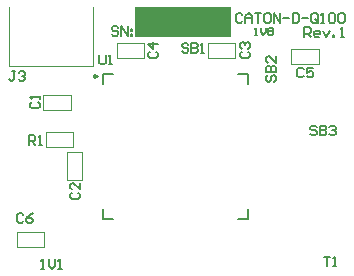
<source format=gto>
G04*
G04 #@! TF.GenerationSoftware,Altium Limited,Altium Designer,24.6.1 (21)*
G04*
G04 Layer_Color=65535*
%FSLAX25Y25*%
%MOIN*%
G70*
G04*
G04 #@! TF.SameCoordinates,B612BC47-A3F5-4497-89C3-408F828805D4*
G04*
G04*
G04 #@! TF.FilePolarity,Positive*
G04*
G01*
G75*
%ADD10C,0.00984*%
%ADD11C,0.00400*%
%ADD12C,0.00300*%
%ADD13C,0.00787*%
%ADD14C,0.00512*%
%ADD15R,0.31890X0.09843*%
D10*
X36713Y71358D02*
X35974Y71785D01*
Y70932D01*
X36713Y71358D01*
D11*
X43431Y77421D02*
Y82421D01*
X52631D01*
Y77421D02*
Y82421D01*
X43431Y77421D02*
X52631D01*
X73747Y82421D02*
X82946D01*
X110899Y75453D02*
Y80453D01*
X101699Y75453D02*
X110899D01*
X101699D02*
Y80453D01*
X110899D01*
X82946Y77421D02*
Y82421D01*
X73747Y77421D02*
X82946D01*
X73747D02*
Y82421D01*
X10085Y19429D02*
X19285D01*
X19809Y52500D02*
X29009D01*
Y47500D02*
Y52500D01*
X19809Y47500D02*
X29009D01*
X28222Y60098D02*
Y65098D01*
X19022Y60098D02*
X28222D01*
X19022D02*
Y65098D01*
X28222D01*
X19809Y47500D02*
Y52500D01*
X10085Y14429D02*
Y19429D01*
Y14429D02*
X19285D01*
Y19429D01*
X27028Y36739D02*
X32028D01*
X27028D02*
Y45939D01*
X32028D01*
Y36739D02*
Y45939D01*
D12*
X7654Y74776D02*
X35653D01*
X7654D02*
Y94276D01*
X35653Y74776D02*
Y94276D01*
D13*
X38780Y23524D02*
X42126D01*
X38780D02*
Y26870D01*
X83858Y23524D02*
X87205D01*
Y26870D01*
Y68602D02*
Y71949D01*
X83858D02*
X87205D01*
X38780D02*
X42126D01*
X38780Y68602D02*
Y71949D01*
D14*
X43949Y87388D02*
X43425Y87912D01*
X42375D01*
X41850Y87388D01*
Y86863D01*
X42375Y86338D01*
X43425D01*
X43949Y85813D01*
Y85289D01*
X43425Y84764D01*
X42375D01*
X41850Y85289D01*
X44999Y84764D02*
Y87912D01*
X47098Y84764D01*
Y87912D01*
X48148Y86863D02*
X48672D01*
Y86338D01*
X48148D01*
Y86863D01*
Y85289D02*
X48672D01*
Y84764D01*
X48148D01*
Y85289D01*
X106024Y84370D02*
Y87519D01*
X107598D01*
X108123Y86994D01*
Y85944D01*
X107598Y85420D01*
X106024D01*
X107073D02*
X108123Y84370D01*
X110747D02*
X109697D01*
X109172Y84895D01*
Y85944D01*
X109697Y86469D01*
X110747D01*
X111271Y85944D01*
Y85420D01*
X109172D01*
X112321Y86469D02*
X113370Y84370D01*
X114420Y86469D01*
X115469Y84370D02*
Y84895D01*
X115994D01*
Y84370D01*
X115469D01*
X118093D02*
X119143D01*
X118618D01*
Y87519D01*
X118093Y86994D01*
X85288Y91718D02*
X84763Y92243D01*
X83714D01*
X83189Y91718D01*
Y89619D01*
X83714Y89095D01*
X84763D01*
X85288Y89619D01*
X86338Y89095D02*
Y91193D01*
X87387Y92243D01*
X88437Y91193D01*
Y89095D01*
Y90669D01*
X86338D01*
X89486Y92243D02*
X91585D01*
X90536D01*
Y89095D01*
X94209Y92243D02*
X93160D01*
X92635Y91718D01*
Y89619D01*
X93160Y89095D01*
X94209D01*
X94734Y89619D01*
Y91718D01*
X94209Y92243D01*
X95783Y89095D02*
Y92243D01*
X97882Y89095D01*
Y92243D01*
X98932Y90669D02*
X101031D01*
X102081Y92243D02*
Y89095D01*
X103655D01*
X104180Y89619D01*
Y91718D01*
X103655Y92243D01*
X102081D01*
X105229Y90669D02*
X107328D01*
X110477Y89619D02*
Y91718D01*
X109952Y92243D01*
X108903D01*
X108378Y91718D01*
Y89619D01*
X108903Y89095D01*
X109952D01*
X109427Y90144D02*
X110477Y89095D01*
X109952D02*
X110477Y89619D01*
X111526Y89095D02*
X112576D01*
X112051D01*
Y92243D01*
X111526Y91718D01*
X114150D02*
X114675Y92243D01*
X115724D01*
X116249Y91718D01*
Y89619D01*
X115724Y89095D01*
X114675D01*
X114150Y89619D01*
Y91718D01*
X117299D02*
X117824Y92243D01*
X118873D01*
X119398Y91718D01*
Y89619D01*
X118873Y89095D01*
X117824D01*
X117299Y89619D01*
Y91718D01*
X89568Y85040D02*
X90355D01*
X89961D01*
Y87401D01*
X89568Y87008D01*
X91536Y87401D02*
Y85827D01*
X92323Y85040D01*
X93110Y85827D01*
Y87401D01*
X93897Y87008D02*
X94291Y87401D01*
X95078D01*
X95472Y87008D01*
Y86614D01*
X95078Y86221D01*
X95472Y85827D01*
Y85433D01*
X95078Y85040D01*
X94291D01*
X93897Y85433D01*
Y85827D01*
X94291Y86221D01*
X93897Y86614D01*
Y87008D01*
X94291Y86221D02*
X95078D01*
X18243Y7087D02*
X19292D01*
X18767D01*
Y10236D01*
X18243Y9711D01*
X20866Y10236D02*
Y8137D01*
X21916Y7087D01*
X22965Y8137D01*
Y10236D01*
X24015Y7087D02*
X25065D01*
X24540D01*
Y10236D01*
X24015Y9711D01*
X112468Y11023D02*
X114567D01*
X113517D01*
Y7875D01*
X115617D02*
X116666D01*
X116141D01*
Y11023D01*
X115617Y10498D01*
X9712Y72834D02*
X8662D01*
X9187D01*
Y70210D01*
X8662Y69686D01*
X8137D01*
X7612Y70210D01*
X10761Y72309D02*
X11286Y72834D01*
X12335D01*
X12860Y72309D01*
Y71785D01*
X12335Y71260D01*
X11811D01*
X12335D01*
X12860Y70735D01*
Y70210D01*
X12335Y69686D01*
X11286D01*
X10761Y70210D01*
X12299Y25024D02*
X11774Y25549D01*
X10725D01*
X10200Y25024D01*
Y22925D01*
X10725Y22400D01*
X11774D01*
X12299Y22925D01*
X15448Y25549D02*
X14398Y25024D01*
X13349Y23974D01*
Y22925D01*
X13873Y22400D01*
X14923D01*
X15448Y22925D01*
Y23449D01*
X14923Y23974D01*
X13349D01*
X105774Y73491D02*
X105250Y74015D01*
X104200D01*
X103675Y73491D01*
Y71391D01*
X104200Y70867D01*
X105250D01*
X105774Y71391D01*
X108923Y74015D02*
X106824D01*
Y72441D01*
X107873Y72966D01*
X108398D01*
X108923Y72441D01*
Y71391D01*
X108398Y70867D01*
X107349D01*
X106824Y71391D01*
X54462Y79396D02*
X53938Y78872D01*
Y77822D01*
X54462Y77297D01*
X56561D01*
X57086Y77822D01*
Y78872D01*
X56561Y79396D01*
X57086Y82020D02*
X53938D01*
X55512Y80446D01*
Y82545D01*
X85171Y79396D02*
X84646Y78872D01*
Y77822D01*
X85171Y77297D01*
X87270D01*
X87795Y77822D01*
Y78872D01*
X87270Y79396D01*
X85171Y80446D02*
X84646Y80971D01*
Y82020D01*
X85171Y82545D01*
X85696D01*
X86221Y82020D01*
Y81496D01*
Y82020D01*
X86745Y82545D01*
X87270D01*
X87795Y82020D01*
Y80971D01*
X87270Y80446D01*
X14240Y48426D02*
Y51574D01*
X15814D01*
X16339Y51050D01*
Y50000D01*
X15814Y49475D01*
X14240D01*
X15289D02*
X16339Y48426D01*
X17388D02*
X18438D01*
X17913D01*
Y51574D01*
X17388Y51050D01*
X110106Y54199D02*
X109581Y54724D01*
X108531D01*
X108007Y54199D01*
Y53674D01*
X108531Y53150D01*
X109581D01*
X110106Y52625D01*
Y52100D01*
X109581Y51575D01*
X108531D01*
X108007Y52100D01*
X111155Y54724D02*
Y51575D01*
X112730D01*
X113254Y52100D01*
Y52625D01*
X112730Y53150D01*
X111155D01*
X112730D01*
X113254Y53674D01*
Y54199D01*
X112730Y54724D01*
X111155D01*
X114304Y54199D02*
X114829Y54724D01*
X115878D01*
X116403Y54199D01*
Y53674D01*
X115878Y53150D01*
X115353D01*
X115878D01*
X116403Y52625D01*
Y52100D01*
X115878Y51575D01*
X114829D01*
X114304Y52100D01*
X67323Y81758D02*
X66799Y82283D01*
X65749D01*
X65224Y81758D01*
Y81233D01*
X65749Y80709D01*
X66799D01*
X67323Y80184D01*
Y79659D01*
X66799Y79134D01*
X65749D01*
X65224Y79659D01*
X68373Y82283D02*
Y79134D01*
X69947D01*
X70472Y79659D01*
Y80184D01*
X69947Y80709D01*
X68373D01*
X69947D01*
X70472Y81233D01*
Y81758D01*
X69947Y82283D01*
X68373D01*
X71522Y79134D02*
X72571D01*
X72046D01*
Y82283D01*
X71522Y81758D01*
X28478Y32448D02*
X27953Y31923D01*
Y30873D01*
X28478Y30349D01*
X30577D01*
X31102Y30873D01*
Y31923D01*
X30577Y32448D01*
X31102Y35596D02*
Y33497D01*
X29003Y35596D01*
X28478D01*
X27953Y35072D01*
Y34022D01*
X28478Y33497D01*
X15092Y62598D02*
X14567Y62074D01*
Y61024D01*
X15092Y60499D01*
X17191D01*
X17716Y61024D01*
Y62074D01*
X17191Y62598D01*
X17716Y63648D02*
Y64697D01*
Y64173D01*
X14567D01*
X15092Y63648D01*
X37665Y78346D02*
Y75722D01*
X38190Y75197D01*
X39239D01*
X39764Y75722D01*
Y78346D01*
X40813Y75197D02*
X41863D01*
X41338D01*
Y78346D01*
X40813Y77821D01*
X93832Y71523D02*
X93308Y70998D01*
Y69949D01*
X93832Y69424D01*
X94357D01*
X94882Y69949D01*
Y70998D01*
X95407Y71523D01*
X95931D01*
X96456Y70998D01*
Y69949D01*
X95931Y69424D01*
X93308Y72572D02*
X96456D01*
Y74147D01*
X95931Y74672D01*
X95407D01*
X94882Y74147D01*
Y72572D01*
Y74147D01*
X94357Y74672D01*
X93832D01*
X93308Y74147D01*
Y72572D01*
X96456Y77820D02*
Y75721D01*
X94357Y77820D01*
X93832D01*
X93308Y77295D01*
Y76246D01*
X93832Y75721D01*
D15*
X65551Y89173D02*
D03*
M02*

</source>
